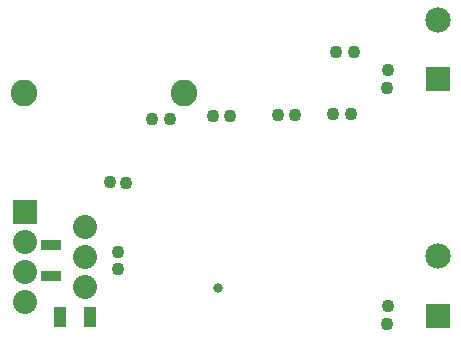
<source format=gbs>
G04*
G04 #@! TF.GenerationSoftware,Altium Limited,Altium Designer,21.6.4 (81)*
G04*
G04 Layer_Color=16711935*
%FSLAX25Y25*%
%MOIN*%
G70*
G04*
G04 #@! TF.SameCoordinates,9F969A03-44F6-4926-99EA-133C1CF4BE5F*
G04*
G04*
G04 #@! TF.FilePolarity,Negative*
G04*
G01*
G75*
%ADD23R,0.04134X0.07087*%
%ADD26C,0.08000*%
%ADD27R,0.08000X0.08000*%
%ADD28C,0.08871*%
%ADD29C,0.08477*%
%ADD30R,0.08477X0.08477*%
%ADD31C,0.04343*%
%ADD32C,0.03162*%
%ADD47R,0.06528X0.03764*%
D23*
X64764Y43307D02*
D03*
X74803D02*
D03*
D26*
X53228Y48346D02*
D03*
X73228Y53347D02*
D03*
X53228Y58346D02*
D03*
X73228Y63346D02*
D03*
X53228Y68347D02*
D03*
X73228Y73347D02*
D03*
D27*
X53228Y78347D02*
D03*
D28*
X106083Y118110D02*
D03*
X52972D02*
D03*
D29*
X190748Y142224D02*
D03*
X190748Y63484D02*
D03*
D30*
X190748Y122539D02*
D03*
X190748Y43799D02*
D03*
D31*
X137402Y110630D02*
D03*
X143307D02*
D03*
X174016Y40846D02*
D03*
X174114Y47047D02*
D03*
X174016Y119488D02*
D03*
X174114Y125689D02*
D03*
X84252Y59449D02*
D03*
Y64961D02*
D03*
X86811Y88090D02*
D03*
X81398Y88189D02*
D03*
X101476Y109449D02*
D03*
X95571D02*
D03*
X161713Y110925D02*
D03*
X162894Y131693D02*
D03*
X156988D02*
D03*
X155807Y110925D02*
D03*
X121653Y110335D02*
D03*
X115748D02*
D03*
D32*
X117618Y52953D02*
D03*
D47*
X61811Y67426D02*
D03*
Y56984D02*
D03*
M02*

</source>
